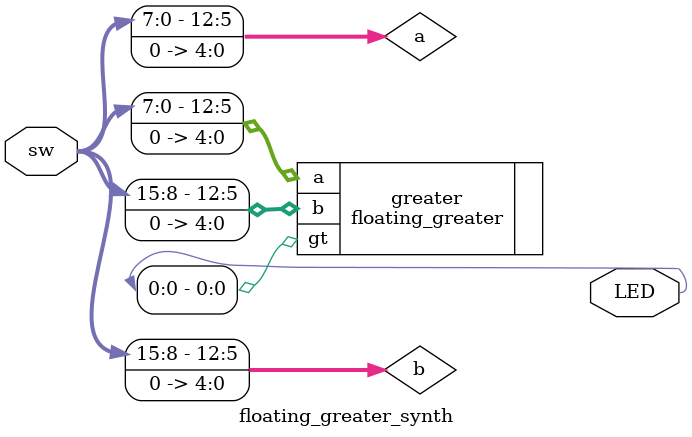
<source format=v>
`timescale 1ns / 1ps


module floating_greater_synth(
    input [15:0] sw,
    output [15:0] LED
    );
    
    wire [12:0] a = {sw[7:0] , 5'b00000};
    wire [12:0] b = {sw[15:8], 5'b00000};
    
    floating_greater greater(.a(a), .b(b), .gt(LED[0]));
    
endmodule

</source>
